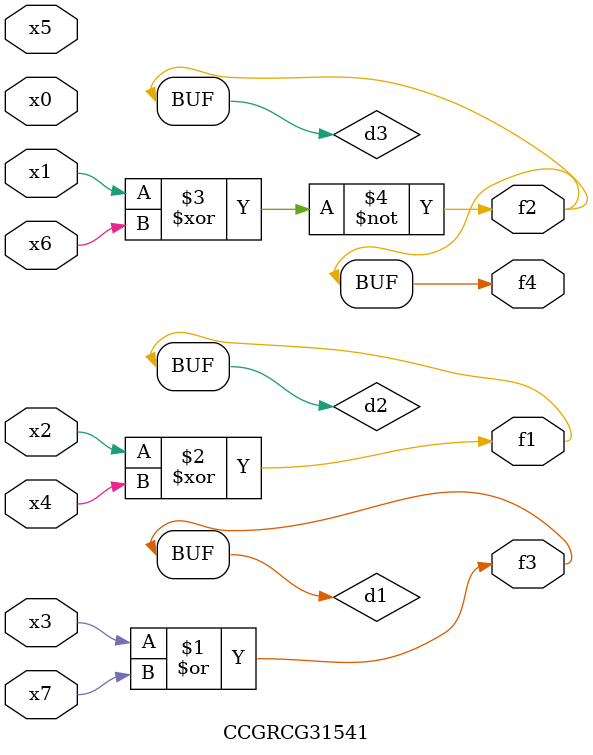
<source format=v>
module CCGRCG31541(
	input x0, x1, x2, x3, x4, x5, x6, x7,
	output f1, f2, f3, f4
);

	wire d1, d2, d3;

	or (d1, x3, x7);
	xor (d2, x2, x4);
	xnor (d3, x1, x6);
	assign f1 = d2;
	assign f2 = d3;
	assign f3 = d1;
	assign f4 = d3;
endmodule

</source>
